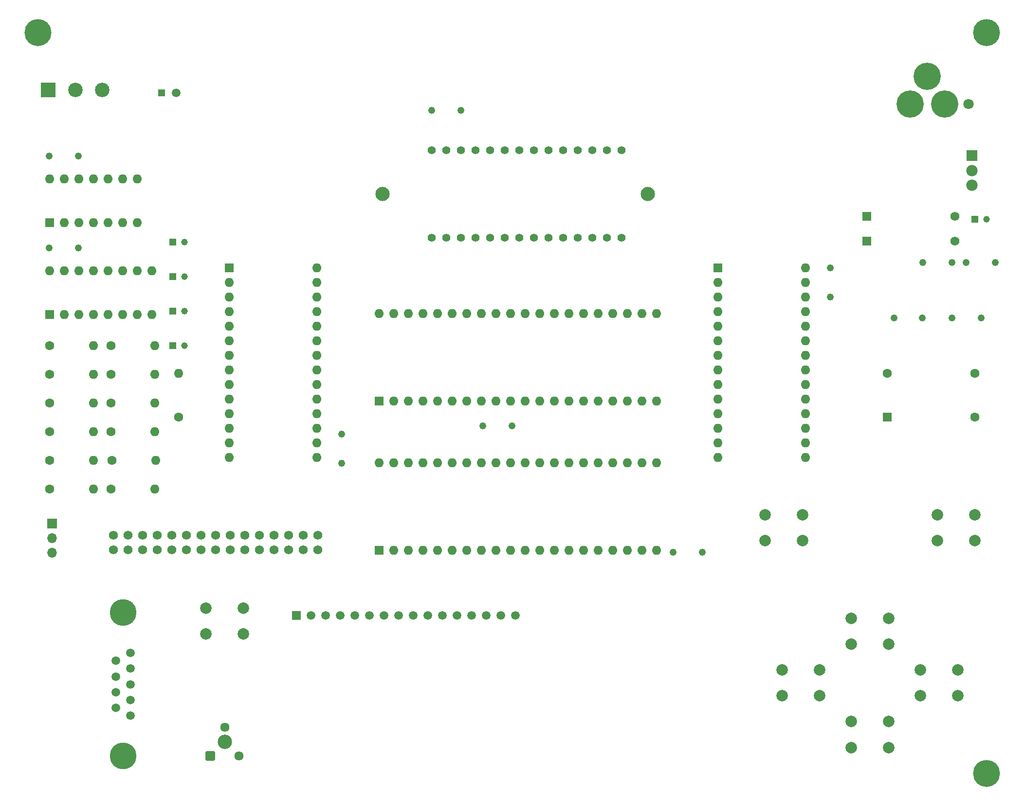
<source format=gbr>
%TF.GenerationSoftware,KiCad,Pcbnew,8.0.4*%
%TF.CreationDate,2024-08-12T14:45:05-07:00*%
%TF.ProjectId,6502-rev1,36353032-2d72-4657-9631-2e6b69636164,rev?*%
%TF.SameCoordinates,Original*%
%TF.FileFunction,Soldermask,Top*%
%TF.FilePolarity,Negative*%
%FSLAX46Y46*%
G04 Gerber Fmt 4.6, Leading zero omitted, Abs format (unit mm)*
G04 Created by KiCad (PCBNEW 8.0.4) date 2024-08-12 14:45:05*
%MOMM*%
%LPD*%
G01*
G04 APERTURE LIST*
G04 Aperture macros list*
%AMRoundRect*
0 Rectangle with rounded corners*
0 $1 Rounding radius*
0 $2 $3 $4 $5 $6 $7 $8 $9 X,Y pos of 4 corners*
0 Add a 4 corners polygon primitive as box body*
4,1,4,$2,$3,$4,$5,$6,$7,$8,$9,$2,$3,0*
0 Add four circle primitives for the rounded corners*
1,1,$1+$1,$2,$3*
1,1,$1+$1,$4,$5*
1,1,$1+$1,$6,$7*
1,1,$1+$1,$8,$9*
0 Add four rect primitives between the rounded corners*
20,1,$1+$1,$2,$3,$4,$5,0*
20,1,$1+$1,$4,$5,$6,$7,0*
20,1,$1+$1,$6,$7,$8,$9,0*
20,1,$1+$1,$8,$9,$2,$3,0*%
G04 Aperture macros list end*
%ADD10C,2.000000*%
%ADD11C,1.500000*%
%ADD12C,4.650000*%
%ADD13C,1.600000*%
%ADD14O,1.600000X1.600000*%
%ADD15R,1.600000X1.600000*%
%ADD16C,1.570000*%
%ADD17R,1.980000X1.980000*%
%ADD18C,1.980000*%
%ADD19C,1.210000*%
%ADD20R,1.200000X1.200000*%
%ADD21C,4.700000*%
%ADD22R,1.150000X1.150000*%
%ADD23C,1.150000*%
%ADD24R,1.575000X1.575000*%
%ADD25C,1.575000*%
%ADD26R,1.500000X1.500000*%
%ADD27R,2.520000X2.520000*%
%ADD28C,2.520000*%
%ADD29C,1.234000*%
%ADD30R,1.700000X1.700000*%
%ADD31O,1.700000X1.700000*%
%ADD32C,1.404000*%
%ADD33C,2.475000*%
%ADD34C,2.500000*%
%ADD35RoundRect,0.102000X-0.704000X-0.704000X0.704000X-0.704000X0.704000X0.704000X-0.704000X0.704000X0*%
%ADD36C,1.612000*%
%ADD37C,1.800000*%
%ADD38C,4.743000*%
G04 APERTURE END LIST*
D10*
%TO.C,SW3*%
X229000000Y-112500000D03*
X235500000Y-112500000D03*
X229000000Y-117000000D03*
X235500000Y-117000000D03*
%TD*%
D11*
%TO.C,J4*%
X88620000Y-147480000D03*
X88620000Y-144740000D03*
X88620000Y-142000000D03*
X88620000Y-139260000D03*
X88620000Y-136520000D03*
X86080000Y-146110000D03*
X86080000Y-143370000D03*
X86080000Y-140630000D03*
X86080000Y-137890000D03*
D12*
X87350000Y-154500000D03*
X87350000Y-129500000D03*
%TD*%
D13*
%TO.C,R6*%
X74565000Y-108000000D03*
D14*
X82185000Y-108000000D03*
%TD*%
D15*
%TO.C,U7*%
X105760000Y-69475000D03*
D14*
X105760000Y-72015000D03*
X105760000Y-74555000D03*
X105760000Y-77095000D03*
X105760000Y-79635000D03*
X105760000Y-82175000D03*
X105760000Y-84715000D03*
X105760000Y-87255000D03*
X105760000Y-89795000D03*
X105760000Y-92335000D03*
X105760000Y-94875000D03*
X105760000Y-97415000D03*
X105760000Y-99955000D03*
X105760000Y-102495000D03*
X121000000Y-102495000D03*
X121000000Y-99955000D03*
X121000000Y-97415000D03*
X121000000Y-94875000D03*
X121000000Y-92335000D03*
X121000000Y-89795000D03*
X121000000Y-87255000D03*
X121000000Y-84715000D03*
X121000000Y-82175000D03*
X121000000Y-79635000D03*
X121000000Y-77095000D03*
X121000000Y-74555000D03*
X121000000Y-72015000D03*
X121000000Y-69475000D03*
%TD*%
D15*
%TO.C,U8*%
X74565000Y-77620000D03*
D14*
X77105000Y-77620000D03*
X79645000Y-77620000D03*
X82185000Y-77620000D03*
X84725000Y-77620000D03*
X87265000Y-77620000D03*
X89805000Y-77620000D03*
X92345000Y-77620000D03*
X92345000Y-70000000D03*
X89805000Y-70000000D03*
X87265000Y-70000000D03*
X84725000Y-70000000D03*
X82185000Y-70000000D03*
X79645000Y-70000000D03*
X77105000Y-70000000D03*
X74565000Y-70000000D03*
%TD*%
D13*
%TO.C,R8*%
X85190000Y-88000000D03*
D14*
X92810000Y-88000000D03*
%TD*%
D13*
%TO.C,R1*%
X74565000Y-83000000D03*
D14*
X82185000Y-83000000D03*
%TD*%
D13*
%TO.C,R13*%
X97000000Y-95500000D03*
D14*
X97000000Y-87880000D03*
%TD*%
D16*
%TO.C,J5*%
X85600000Y-116000000D03*
X85600000Y-118540000D03*
X88140000Y-116000000D03*
X88140000Y-118540000D03*
X90680000Y-116000000D03*
X90680000Y-118540000D03*
X93220000Y-116000000D03*
X93220000Y-118540000D03*
X95760000Y-116000000D03*
X95760000Y-118540000D03*
X98300000Y-116000000D03*
X98300000Y-118540000D03*
X100840000Y-116000000D03*
X100840000Y-118540000D03*
X103380000Y-116000000D03*
X103380000Y-118540000D03*
X105920000Y-116000000D03*
X105920000Y-118540000D03*
X108460000Y-116000000D03*
X108460000Y-118540000D03*
X111000000Y-116000000D03*
X111000000Y-118540000D03*
X113540000Y-116000000D03*
X113540000Y-118540000D03*
X116080000Y-116000000D03*
X116080000Y-118540000D03*
X118620000Y-116000000D03*
X118620000Y-118540000D03*
X121160000Y-116000000D03*
X121160000Y-118540000D03*
%TD*%
D17*
%TO.C,U1*%
X235000000Y-49950000D03*
D18*
X235000000Y-52500000D03*
X235000000Y-55050000D03*
%TD*%
D19*
%TO.C,C12*%
X210385000Y-69460000D03*
X210385000Y-74540000D03*
%TD*%
D15*
%TO.C,U3*%
X74565000Y-61620000D03*
D14*
X77105000Y-61620000D03*
X79645000Y-61620000D03*
X82185000Y-61620000D03*
X84725000Y-61620000D03*
X87265000Y-61620000D03*
X89805000Y-61620000D03*
X89805000Y-54000000D03*
X87265000Y-54000000D03*
X84725000Y-54000000D03*
X82185000Y-54000000D03*
X79645000Y-54000000D03*
X77105000Y-54000000D03*
X74565000Y-54000000D03*
%TD*%
D19*
%TO.C,C10*%
X74460000Y-50000000D03*
X79540000Y-50000000D03*
%TD*%
D15*
%TO.C,X1*%
X220260000Y-95500000D03*
D13*
X235500000Y-95500000D03*
X235500000Y-87880000D03*
X220260000Y-87880000D03*
%TD*%
D10*
%TO.C,SW4*%
X214000000Y-130500000D03*
X220500000Y-130500000D03*
X214000000Y-135000000D03*
X220500000Y-135000000D03*
%TD*%
D19*
%TO.C,C4*%
X231500000Y-78190000D03*
X236580000Y-78190000D03*
%TD*%
%TO.C,C2*%
X233960000Y-68500000D03*
X239040000Y-68500000D03*
%TD*%
D20*
%TO.C,D3*%
X94000000Y-39000000D03*
D11*
X96540000Y-39000000D03*
%TD*%
D21*
%TO.C,MH4*%
X237500000Y-28500000D03*
%TD*%
%TO.C,MH5*%
X237500000Y-157500000D03*
%TD*%
D22*
%TO.C,C6*%
X96000000Y-71000000D03*
D23*
X98000000Y-71000000D03*
%TD*%
D19*
%TO.C,C9*%
X149920000Y-97000000D03*
X155000000Y-97000000D03*
%TD*%
D10*
%TO.C,SW7*%
X226000000Y-139500000D03*
X232500000Y-139500000D03*
X226000000Y-144000000D03*
X232500000Y-144000000D03*
%TD*%
D15*
%TO.C,U5*%
X190760000Y-69475000D03*
D14*
X190760000Y-72015000D03*
X190760000Y-74555000D03*
X190760000Y-77095000D03*
X190760000Y-79635000D03*
X190760000Y-82175000D03*
X190760000Y-84715000D03*
X190760000Y-87255000D03*
X190760000Y-89795000D03*
X190760000Y-92335000D03*
X190760000Y-94875000D03*
X190760000Y-97415000D03*
X190760000Y-99955000D03*
X190760000Y-102495000D03*
X206000000Y-102495000D03*
X206000000Y-99955000D03*
X206000000Y-97415000D03*
X206000000Y-94875000D03*
X206000000Y-92335000D03*
X206000000Y-89795000D03*
X206000000Y-87255000D03*
X206000000Y-84715000D03*
X206000000Y-82175000D03*
X206000000Y-79635000D03*
X206000000Y-77095000D03*
X206000000Y-74555000D03*
X206000000Y-72015000D03*
X206000000Y-69475000D03*
%TD*%
D19*
%TO.C,C13*%
X183000000Y-119000000D03*
X188080000Y-119000000D03*
%TD*%
D24*
%TO.C,D2*%
X216700000Y-64850000D03*
D25*
X232000000Y-64850000D03*
%TD*%
D26*
%TO.C,J3*%
X117500000Y-130000000D03*
D11*
X120040000Y-130000000D03*
X122580000Y-130000000D03*
X125120000Y-130000000D03*
X127660000Y-130000000D03*
X130200000Y-130000000D03*
X132740000Y-130000000D03*
X135280000Y-130000000D03*
X137820000Y-130000000D03*
X140360000Y-130000000D03*
X142900000Y-130000000D03*
X145440000Y-130000000D03*
X147980000Y-130000000D03*
X150520000Y-130000000D03*
X153060000Y-130000000D03*
X155600000Y-130000000D03*
%TD*%
D13*
%TO.C,R3*%
X74565000Y-93000000D03*
D14*
X82185000Y-93000000D03*
%TD*%
D13*
%TO.C,R12*%
X85190000Y-108000000D03*
D14*
X92810000Y-108000000D03*
%TD*%
D22*
%TO.C,C8*%
X96000000Y-83000000D03*
D23*
X98000000Y-83000000D03*
%TD*%
D15*
%TO.C,U6*%
X131875000Y-118625000D03*
D14*
X134415000Y-118625000D03*
X136955000Y-118625000D03*
X139495000Y-118625000D03*
X142035000Y-118625000D03*
X144575000Y-118625000D03*
X147115000Y-118625000D03*
X149655000Y-118625000D03*
X152195000Y-118625000D03*
X154735000Y-118625000D03*
X157275000Y-118625000D03*
X159815000Y-118625000D03*
X162355000Y-118625000D03*
X164895000Y-118625000D03*
X167435000Y-118625000D03*
X169975000Y-118625000D03*
X172515000Y-118625000D03*
X175055000Y-118625000D03*
X177595000Y-118625000D03*
X180135000Y-118625000D03*
X180135000Y-103385000D03*
X177595000Y-103385000D03*
X175055000Y-103385000D03*
X172515000Y-103385000D03*
X169975000Y-103385000D03*
X167435000Y-103385000D03*
X164895000Y-103385000D03*
X162355000Y-103385000D03*
X159815000Y-103385000D03*
X157275000Y-103385000D03*
X154735000Y-103385000D03*
X152195000Y-103385000D03*
X149655000Y-103385000D03*
X147115000Y-103385000D03*
X144575000Y-103385000D03*
X142035000Y-103385000D03*
X139495000Y-103385000D03*
X136955000Y-103385000D03*
X134415000Y-103385000D03*
X131875000Y-103385000D03*
%TD*%
D22*
%TO.C,C7*%
X96000000Y-77000000D03*
D23*
X98000000Y-77000000D03*
%TD*%
D22*
%TO.C,C5*%
X96000000Y-65000000D03*
D23*
X98000000Y-65000000D03*
%TD*%
D22*
%TO.C,C1*%
X235500000Y-61000000D03*
D23*
X237500000Y-61000000D03*
%TD*%
D13*
%TO.C,R7*%
X85190000Y-83000000D03*
D14*
X92810000Y-83000000D03*
%TD*%
D27*
%TO.C,SW1*%
X74300000Y-38500000D03*
D28*
X79000000Y-38500000D03*
X83700000Y-38500000D03*
%TD*%
D29*
%TO.C,Y1*%
X221440000Y-78190000D03*
X226320000Y-78190000D03*
%TD*%
D30*
%TO.C,J2*%
X75000000Y-113975000D03*
D31*
X75000000Y-116515000D03*
X75000000Y-119055000D03*
%TD*%
D10*
%TO.C,SW6*%
X202000000Y-139500000D03*
X208500000Y-139500000D03*
X202000000Y-144000000D03*
X208500000Y-144000000D03*
%TD*%
D32*
%TO.C,U4*%
X140980000Y-64240000D03*
X143520000Y-64240000D03*
X146060000Y-64240000D03*
X148600000Y-64240000D03*
X151140000Y-64240000D03*
X153680000Y-64240000D03*
X156220000Y-64240000D03*
X158760000Y-64240000D03*
X161300000Y-64240000D03*
X163840000Y-64240000D03*
X166380000Y-64240000D03*
X168920000Y-64240000D03*
X171460000Y-64240000D03*
X174000000Y-64240000D03*
X174000000Y-49000000D03*
X171460000Y-49000000D03*
X168920000Y-49000000D03*
X166380000Y-49000000D03*
X163840000Y-49000000D03*
X161300000Y-49000000D03*
X158760000Y-49000000D03*
X156220000Y-49000000D03*
X153680000Y-49000000D03*
X151140000Y-49000000D03*
X148600000Y-49000000D03*
X146060000Y-49000000D03*
X143520000Y-49000000D03*
X140980000Y-49000000D03*
D33*
X132470000Y-56620000D03*
X178570000Y-56620000D03*
%TD*%
D34*
%TO.C,RV1*%
X105000000Y-152000000D03*
D35*
X102500000Y-154500000D03*
D36*
X105000000Y-149500000D03*
X107500000Y-154500000D03*
%TD*%
D19*
%TO.C,C3*%
X226460000Y-68500000D03*
X231540000Y-68500000D03*
%TD*%
D10*
%TO.C,SW8*%
X199000000Y-112500000D03*
X205500000Y-112500000D03*
X199000000Y-117000000D03*
X205500000Y-117000000D03*
%TD*%
D13*
%TO.C,R9*%
X85190000Y-93000000D03*
D14*
X92810000Y-93000000D03*
%TD*%
D13*
%TO.C,R2*%
X74565000Y-88000000D03*
D14*
X82185000Y-88000000D03*
%TD*%
D24*
%TO.C,D1*%
X216700000Y-60500000D03*
D25*
X232000000Y-60500000D03*
%TD*%
D13*
%TO.C,R10*%
X85190000Y-98000000D03*
D14*
X92810000Y-98000000D03*
%TD*%
D15*
%TO.C,U2*%
X131875000Y-92625000D03*
D14*
X134415000Y-92625000D03*
X136955000Y-92625000D03*
X139495000Y-92625000D03*
X142035000Y-92625000D03*
X144575000Y-92625000D03*
X147115000Y-92625000D03*
X149655000Y-92625000D03*
X152195000Y-92625000D03*
X154735000Y-92625000D03*
X157275000Y-92625000D03*
X159815000Y-92625000D03*
X162355000Y-92625000D03*
X164895000Y-92625000D03*
X167435000Y-92625000D03*
X169975000Y-92625000D03*
X172515000Y-92625000D03*
X175055000Y-92625000D03*
X177595000Y-92625000D03*
X180135000Y-92625000D03*
X180135000Y-77385000D03*
X177595000Y-77385000D03*
X175055000Y-77385000D03*
X172515000Y-77385000D03*
X169975000Y-77385000D03*
X167435000Y-77385000D03*
X164895000Y-77385000D03*
X162355000Y-77385000D03*
X159815000Y-77385000D03*
X157275000Y-77385000D03*
X154735000Y-77385000D03*
X152195000Y-77385000D03*
X149655000Y-77385000D03*
X147115000Y-77385000D03*
X144575000Y-77385000D03*
X142035000Y-77385000D03*
X139495000Y-77385000D03*
X136955000Y-77385000D03*
X134415000Y-77385000D03*
X131875000Y-77385000D03*
%TD*%
D19*
%TO.C,C11*%
X141000000Y-42000000D03*
X146080000Y-42000000D03*
%TD*%
D13*
%TO.C,R5*%
X74565000Y-103000000D03*
D14*
X82185000Y-103000000D03*
%TD*%
D13*
%TO.C,R11*%
X85380000Y-103000000D03*
D14*
X93000000Y-103000000D03*
%TD*%
D19*
%TO.C,C14*%
X125385000Y-103540000D03*
X125385000Y-98460000D03*
%TD*%
D13*
%TO.C,R4*%
X74565000Y-98000000D03*
D14*
X82185000Y-98000000D03*
%TD*%
D10*
%TO.C,SW2*%
X101750000Y-128750000D03*
X108250000Y-128750000D03*
X101750000Y-133250000D03*
X108250000Y-133250000D03*
%TD*%
D37*
%TO.C,J1*%
X234430000Y-40950000D03*
D38*
X224230000Y-40950000D03*
X230230000Y-40950000D03*
X227230000Y-36150000D03*
%TD*%
D10*
%TO.C,SW5*%
X214000000Y-148500000D03*
X220500000Y-148500000D03*
X214000000Y-153000000D03*
X220500000Y-153000000D03*
%TD*%
D19*
%TO.C,C15*%
X74460000Y-66000000D03*
X79540000Y-66000000D03*
%TD*%
D21*
%TO.C,MH3*%
X72500000Y-28500000D03*
%TD*%
M02*

</source>
